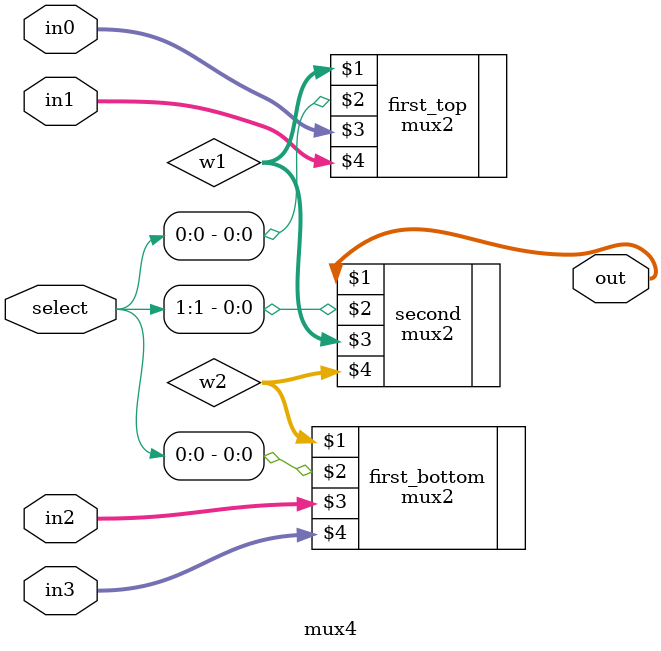
<source format=v>
module mux4(out, select, in0, in1, in2, in3);
    input [1:0] select;
    input [31:0] in0, in1, in2, in3;
    output [31:0] out;
    wire [31:0] w1, w2;
    mux2 first_top(w1, select[0], in0, in1);
    mux2 first_bottom(w2, select[0], in2, in3);
    mux2 second(out, select[1], w1, w2);
endmodule
</source>
